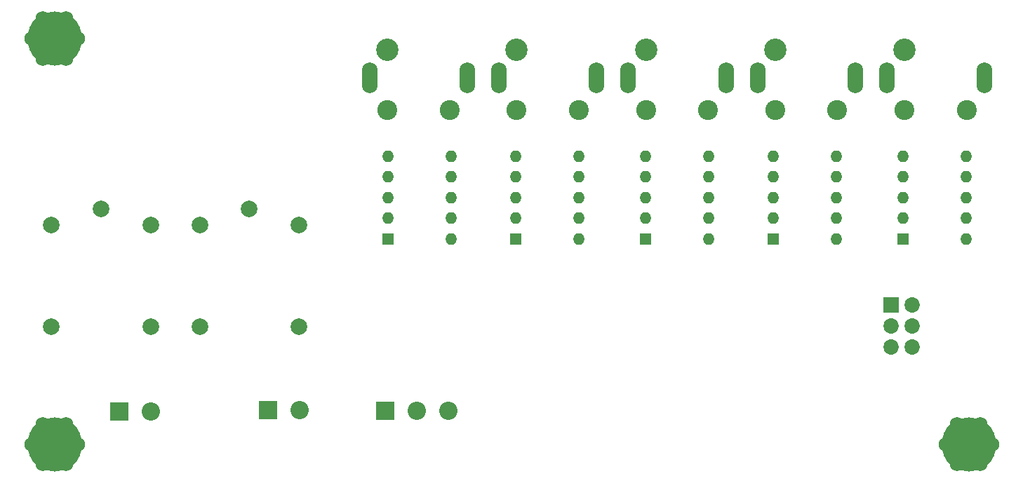
<source format=gbs>
%FSLAX24Y24*%
%MOIN*%
%SFA1B1*%

%IPPOS*%
%ADD44R,0.073000X0.073000*%
%ADD45C,0.073000*%
%ADD46C,0.078900*%
%ADD47C,0.068000*%
%ADD48C,0.258000*%
%ADD49R,0.055200X0.055200*%
%ADD50O,0.055200X0.055200*%
%ADD51R,0.086700X0.086700*%
%ADD52C,0.086700*%
%ADD53C,0.094600*%
%ADD54C,0.106400*%
%ADD55O,0.074900X0.145800*%
%LNsourceselection-1*%
%LPD*%
G54D44*
X41283Y8188D03*
G54D45*
X42283Y8188D03*
X41283Y7188D03*
X42283D03*
X41283Y6187D03*
X42283D03*
G54D46*
X13150Y7165D03*
X8425D03*
Y11968D03*
X10787Y12755D03*
X13150Y11968D03*
X6102Y7165D03*
X1378D03*
Y11968D03*
X3740Y12755D03*
X6102Y11968D03*
G54D47*
X44411Y2510D03*
X45511D03*
X46061Y1558D03*
X45511Y605D03*
X44411D03*
X43861Y1558D03*
X985Y21802D03*
X2085D03*
X2635Y20849D03*
X2085Y19896D03*
X985D03*
X435Y20849D03*
Y1558D03*
X985Y605D03*
X2085D03*
X2635Y1558D03*
X2085Y2510D03*
X985D03*
G54D48*
X44961Y1558D03*
X1535Y20849D03*
Y1558D03*
G54D49*
X41850Y11321D03*
X35669D03*
X29606D03*
X23425D03*
X17362D03*
G54D50*
X41850Y12306D03*
Y13290D03*
Y14274D03*
Y15258D03*
X44850Y11321D03*
Y12306D03*
Y13290D03*
Y14274D03*
Y15258D03*
X35669Y12306D03*
Y13290D03*
Y14274D03*
Y15258D03*
X38669Y11321D03*
Y12306D03*
Y13290D03*
Y14274D03*
Y15258D03*
X29606Y12306D03*
Y13290D03*
Y14274D03*
Y15258D03*
X32606Y11321D03*
Y12306D03*
Y13290D03*
Y14274D03*
Y15258D03*
X23425Y12306D03*
Y13290D03*
Y14274D03*
Y15258D03*
X26425Y11321D03*
Y12306D03*
Y13290D03*
Y14274D03*
Y15258D03*
X17362Y12306D03*
Y13290D03*
Y14274D03*
Y15258D03*
X20362Y11321D03*
Y12306D03*
Y13290D03*
Y14274D03*
Y15258D03*
G54D51*
X11654Y3172D03*
X17244Y3140D03*
X4606Y3132D03*
G54D52*
X13154Y3172D03*
X20244Y3140D03*
X18744D03*
X6106Y3132D03*
G54D53*
X17343Y17463D03*
X20295D03*
X23484D03*
X26437D03*
X29626D03*
X32579D03*
X35768D03*
X38720D03*
X41909D03*
X44862D03*
G54D54*
X17343Y20317D03*
X23484D03*
X29626D03*
X35768D03*
X41909D03*
G54D55*
X21140Y18989D03*
X16498D03*
X27282D03*
X22639D03*
X33424D03*
X28781D03*
X39565D03*
X34923D03*
X45707D03*
X41065D03*
M02*
</source>
